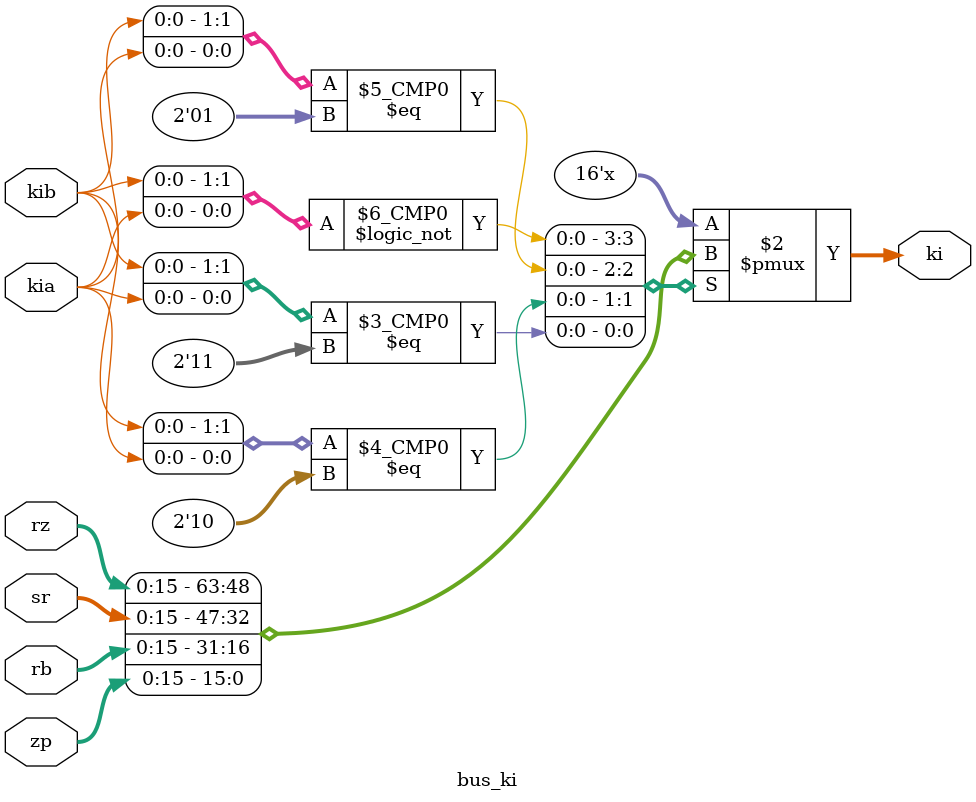
<source format=v>


module bus_ki(
	input kia, kib,
	input [0:15] rz,
	input [0:15] sr,
	input [0:15] rb,
	input [0:15] zp,
	output [0:15] ki
);

	always @ (*) begin
		case ({kib, kia})
			2'b00 : ki <= rz;
			2'b01 : ki <= sr;
			2'b10 : ki <= rb;
			2'b11 : ki <= zp;
		endcase
	end

endmodule

// vim: tabstop=2 shiftwidth=2 autoindent noexpandtab

</source>
